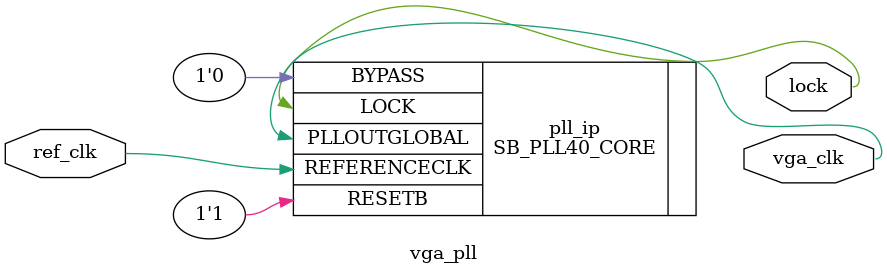
<source format=v>

`timescale 1ns / 1ps

module vga_pll (
    input  ref_clk,
    output vga_clk,
    output lock
);

`ifdef SIM
    reg vga_clk_drv = 1'b0;
    always #(500.0/36.0) vga_clk_drv <= ~vga_clk_drv;
    assign vga_clk = vga_clk_drv;

    reg pll_lock = 1'b0;
    initial #(100) pll_lock <= 1'b1;
    assign lock = pll_lock;
`else
SB_PLL40_CORE #(
    .DIVR          (4'b0000),
    .DIVF          (7'b0101111),
    .DIVQ          (3'b100),
    .FILTER_RANGE  (3'b100),
    .FEEDBACK_PATH ("SIMPLE")
) pll_ip (
    .LOCK         (lock),
    .RESETB       (1'b1),
    .BYPASS       (1'b0),
    .REFERENCECLK (ref_clk),
    .PLLOUTGLOBAL (vga_clk)
);
`endif

endmodule

</source>
